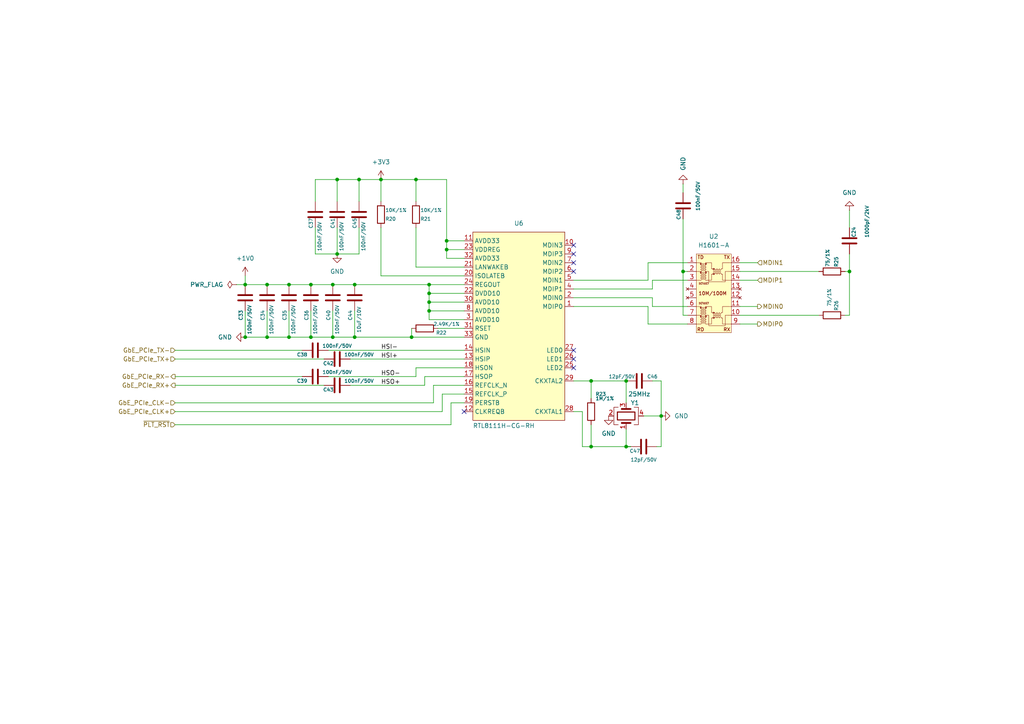
<source format=kicad_sch>
(kicad_sch (version 20250114) (generator "eeschema") (generator_version "9.0")
  (paper "A4")
  (lib_symbols
    (symbol "A_HDJ_Library:RTL8111H-CG-RH"
      (property "Reference" "U7" (at 0 -57.15 0))
      (symbol "RTL8111H-CG-RH_1_0"
        (rectangle (start 0 0) (end 26.67 -54.61) (fill (type background)))
        (pin passive line (at -2.54 -2.54 0) (length 2.54) (name "AVDD33") (number "11"))
        (pin passive line (at -2.54 -5.08 0) (length 2.54) (name "VDDREG") (number "23"))
        (pin passive line (at -2.54 -7.62 0) (length 2.54) (name "AVDD33") (number "32"))
        (pin passive line (at -2.54 -10.16 0) (length 2.54) (name "LANWAKEB") (number "21"))
        (pin passive line (at -2.54 -12.7 0) (length 2.54) (name "ISOLATEB") (number "20"))
        (pin passive line (at -2.54 -15.24 0) (length 2.54) (name "REGOUT") (number "24"))
        (pin passive line (at -2.54 -17.78 0) (length 2.54) (name "DVDD10") (number "22"))
        (pin passive line (at -2.54 -20.32 0) (length 2.54) (name "AVDD10") (number "30"))
        (pin passive line (at -2.54 -22.86 0) (length 2.54) (name "AVDD10") (number "8"))
        (pin passive line (at -2.54 -25.4 0) (length 2.54) (name "AVDD10") (number "3"))
        (pin passive line (at -2.54 -27.94 0) (length 2.54) (name "RSET") (number "31"))
        (pin passive line (at -2.54 -30.48 0) (length 2.54) (name "GND") (number "33"))
        (pin passive line (at -2.54 -34.29 0) (length 2.54) (name "HSIN") (number "14"))
        (pin passive line (at -2.54 -36.83 0) (length 2.54) (name "HSIP") (number "13"))
        (pin passive line (at -2.54 -39.37 0) (length 2.54) (name "HSON") (number "18"))
        (pin passive line (at -2.54 -41.91 0) (length 2.54) (name "HSOP") (number "17"))
        (pin passive line (at -2.54 -44.45 0) (length 2.54) (name "REFCLK_N") (number "16"))
        (pin passive line (at -2.54 -46.99 0) (length 2.54) (name "REFCLK_P") (number "15"))
        (pin passive line (at -2.54 -49.53 0) (length 2.54) (name "PERSTB") (number "19"))
        (pin passive line (at -2.54 -52.07 0) (length 2.54) (name "CLKREQB") (number "12"))
        (pin passive line (at 29.21 -3.81 180) (length 2.54) (name "MDIN3") (number "10"))
        (pin passive line (at 29.21 -6.35 180) (length 2.54) (name "MDIP3") (number "9"))
        (pin passive line (at 29.21 -8.89 180) (length 2.54) (name "MDIN2") (number "7"))
        (pin passive line (at 29.21 -11.43 180) (length 2.54) (name "MDIP2") (number "6"))
        (pin passive line (at 29.21 -13.97 180) (length 2.54) (name "MDIN1") (number "5"))
        (pin passive line (at 29.21 -16.51 180) (length 2.54) (name "MDIP1") (number "4"))
        (pin passive line (at 29.21 -19.05 180) (length 2.54) (name "MDIN0") (number "2"))
        (pin passive line (at 29.21 -21.59 180) (length 2.54) (name "MDIP0") (number "1"))
        (pin passive line (at 29.21 -34.29 180) (length 2.54) (name "LED0") (number "27"))
        (pin passive line (at 29.21 -36.83 180) (length 2.54) (name "LED1") (number "26"))
        (pin passive line (at 29.21 -39.37 180) (length 2.54) (name "LED2") (number "25"))
        (pin passive line (at 29.21 -43.18 180) (length 2.54) (name "CKXTAL2") (number "29"))
        (pin passive line (at 29.21 -52.07 180) (length 2.54) (name "CKXTAL1") (number "28"))
      )
    )
    (symbol "Device:C" (pin_numbers (hide yes)) (pin_names (offset 0.254))
      (property "Reference" "C" (at 0.635 2.54 0))
      (property "Value" "C" (at 0.635 -2.54 0))
      (symbol "C_0_1"
        (polyline (pts (xy -2.032 0.762) (xy 2.032 0.762)) (stroke (width 0.508)))
        (polyline (pts (xy -2.032 -0.762) (xy 2.032 -0.762)) (stroke (width 0.508)))
      )
      (symbol "C_1_1"
        (pin passive line (at 0 3.81 270) (length 2.794) (name "~") (number "1"))
        (pin passive line (at 0 -3.81 90) (length 2.794) (name "~") (number "2"))
      )
    )
    (symbol "Device:Crystal_GND24" (pin_names (offset 1.016) (hide yes))
      (property "Reference" "Y" (at 3.175 5.08 0))
      (property "Value" "Crystal_GND24" (at 3.175 3.175 0))
      (symbol "Crystal_GND24_0_1"
        (polyline (pts (xy -2.54 2.286) (xy -2.54 3.556) (xy 2.54 3.556) (xy 2.54 2.286)))
        (polyline (pts (xy -2.54 0) (xy -2.032 0)))
        (polyline (pts (xy -2.54 -2.286) (xy -2.54 -3.556) (xy 2.54 -3.556) (xy 2.54 -2.286)))
        (polyline (pts (xy -2.032 -1.27) (xy -2.032 1.27)) (stroke (width 0.508)))
        (rectangle (start -1.143 2.54) (end 1.143 -2.54) (stroke (width 0.3048)))
        (polyline (pts (xy 0 3.556) (xy 0 3.81)))
        (polyline (pts (xy 0 -3.81) (xy 0 -3.556)))
        (polyline (pts (xy 2.032 0) (xy 2.54 0)))
        (polyline (pts (xy 2.032 -1.27) (xy 2.032 1.27)) (stroke (width 0.508)))
      )
      (symbol "Crystal_GND24_1_1"
        (pin passive line (at -3.81 0 0) (length 1.27) (name "1") (number "1"))
        (pin passive line (at 0 5.08 270) (length 1.27) (name "2") (number "2"))
        (pin passive line (at 0 -5.08 90) (length 1.27) (name "4") (number "4"))
        (pin passive line (at 3.81 0 180) (length 1.27) (name "3") (number "3"))
      )
    )
    (symbol "Device:R" (pin_numbers (hide yes)) (pin_names (offset 0))
      (property "Reference" "R" (at 2.032 0 90))
      (property "Value" "R" (at 0 0 90))
      (symbol "R_0_1"
        (rectangle (start -1.016 -2.54) (end 1.016 2.54) (stroke (width 0.254)))
      )
      (symbol "R_1_1"
        (pin passive line (at 0 3.81 270) (length 1.27) (name "~") (number "1"))
        (pin passive line (at 0 -3.81 90) (length 1.27) (name "~") (number "2"))
      )
    )
    (symbol "IC_Net:H1601-A"
      (property "Reference" "U" (at 0.6352 2.8584 0))
      (property "Value" "H1601-A" (at 4.4464 0.9528 0))
      (symbol "H1601-A_1_1"
        (rectangle (start 0 0) (end 10.16 -22.86) (stroke (width 0.1)) (fill (type background)))
        (polyline (pts (xy 0 -2.5408) (xy 1.2704 -2.5408)) (stroke (width 0.1)))
        (polyline (pts (xy 0 -15.2448) (xy 1.2704 -15.2448)) (stroke (width 0.1)))
        (arc (start 1.5884 -3.4938) (mid 1.4941 -3.7162) (end 1.2708 -3.8114) (stroke (width 0.1)))
        (arc (start 1.2708 -2.541) (mid 1.4944 -2.6349) (end 1.5884 -2.8586) (stroke (width 0.1)))
        (arc (start 1.5884 -15.5626) (mid 1.4946 -15.7865) (end 1.2708 -15.8802) (stroke (width 0.1)))
        (arc (start 1.5884 -16.833) (mid 1.4948 -17.0569) (end 1.2708 -17.1506) (stroke (width 0.1)))
        (arc (start 1.2708 -16.5154) (mid 1.4949 -16.6089) (end 1.5884 -16.833) (stroke (width 0.1)))
        (arc (start 1.2708 -3.8114) (mid 1.4949 -3.9049) (end 1.5884 -4.129) (stroke (width 0.1)))
        (arc (start 1.2708 -15.245) (mid 1.4951 -15.3385) (end 1.5884 -15.5626) (stroke (width 0.1)))
        (polyline (pts (xy 1.2704 -5.0816) (xy 0 -5.0816)) (stroke (width 0.1)))
        (polyline (pts (xy 1.2704 -7.6224) (xy 0 -7.6224)) (stroke (width 0.1)))
        (polyline (pts (xy 1.2704 -17.7856) (xy 0 -17.7856)) (stroke (width 0.1)))
        (polyline (pts (xy 1.2704 -20.3264) (xy 0 -20.3264)) (stroke (width 0.1)))
        (circle (center 1.2706 -2.8584) (radius 0.0001) (stroke (width 0.2)))
        (circle (center 1.2706 -15.5624) (radius 0.0001) (stroke (width 0.2)))
        (arc (start 1.5884 -4.7642) (mid 1.4954 -4.9889) (end 1.2708 -5.0818) (stroke (width 0.1)))
        (arc (start 1.2743 -5.0747) (mid 1.4977 -5.1687) (end 1.5919 -5.3923) (stroke (width 0.1)))
        (arc (start 1.5919 -6.6627) (mid 1.4984 -6.8866) (end 1.2743 -6.9803) (stroke (width 0.1)))
        (arc (start 1.2743 -6.3451) (mid 1.4982 -6.4388) (end 1.5919 -6.6627) (stroke (width 0.1)))
        (arc (start 1.5884 -16.1978) (mid 1.4957 -16.4227) (end 1.2708 -16.5154) (stroke (width 0.1)))
        (arc (start 1.2743 -17.7787) (mid 1.4983 -17.8724) (end 1.5919 -18.0963) (stroke (width 0.1)))
        (arc (start 1.2743 -19.0491) (mid 1.4982 -19.1428) (end 1.5919 -19.3667) (stroke (width 0.1)))
        (arc (start 1.5884 -4.129) (mid 1.4958 -4.3545) (end 1.2708 -4.4466) (stroke (width 0.1)))
        (arc (start 1.5919 -6.0275) (mid 1.4984 -6.2516) (end 1.2743 -6.3451) (stroke (width 0.1)))
        (arc (start 1.5919 -18.7315) (mid 1.4984 -18.9556) (end 1.2743 -19.0491) (stroke (width 0.1)))
        (arc (start 1.5919 -20.0019) (mid 1.4986 -20.226) (end 1.2743 -20.3195) (stroke (width 0.1)))
        (arc (start 1.5884 -2.8586) (mid 1.4959 -3.0844) (end 1.2708 -3.1762) (stroke (width 0.1)))
        (arc (start 1.5919 -5.3923) (mid 1.4988 -5.6168) (end 1.2743 -5.7099) (stroke (width 0.1)))
        (arc (start 1.5884 -17.4682) (mid 1.4961 -17.6942) (end 1.2708 -17.7858) (stroke (width 0.1)))
        (arc (start 1.5919 -18.0963) (mid 1.4988 -18.3208) (end 1.2743 -18.4139) (stroke (width 0.1)))
        (arc (start 1.5919 -19.3667) (mid 1.4987 -19.5913) (end 1.2743 -19.6843) (stroke (width 0.1)))
        (circle (center 1.2741 -5.3921) (radius 0.0001) (stroke (width 0.2)))
        (circle (center 1.2741 -18.0961) (radius 0.0001) (stroke (width 0.2)))
        (arc (start 1.5919 -7.2979) (mid 1.4989 -7.5226) (end 1.2743 -7.6155) (stroke (width 0.1)))
        (arc (start 1.2708 -15.8802) (mid 1.4967 -15.9717) (end 1.5884 -16.1978) (stroke (width 0.1)))
        (arc (start 1.2708 -3.1762) (mid 1.4974 -3.2673) (end 1.5884 -3.4938) (stroke (width 0.1)))
        (arc (start 1.2708 -4.4466) (mid 1.4972 -4.5378) (end 1.5884 -4.7642) (stroke (width 0.1)))
        (arc (start 1.2708 -17.1506) (mid 1.4972 -17.2418) (end 1.5884 -17.4682) (stroke (width 0.1)))
        (arc (start 1.2743 -5.7099) (mid 1.5007 -5.8012) (end 1.5919 -6.0275) (stroke (width 0.1)))
        (arc (start 1.2743 -6.9803) (mid 1.5005 -7.0716) (end 1.5919 -7.2979) (stroke (width 0.1)))
        (arc (start 1.2743 -18.4139) (mid 1.5007 -18.5052) (end 1.5919 -18.7315) (stroke (width 0.1)))
        (arc (start 1.2743 -19.6843) (mid 1.5005 -19.7756) (end 1.5919 -20.0019) (stroke (width 0.1)))
        (polyline (pts (xy 1.9088 -2.7033) (xy 1.9088 -4.9265)) (stroke (width 0.1)))
        (polyline (pts (xy 1.9088 -15.4073) (xy 1.9088 -17.6305)) (stroke (width 0.1)))
        (polyline (pts (xy 1.9123 -5.237) (xy 1.9123 -7.4602)) (stroke (width 0.1)))
        (polyline (pts (xy 1.9123 -17.941) (xy 1.9123 -20.1642)) (stroke (width 0.1)))
        (polyline (pts (xy 2.2264 -2.7033) (xy 2.2264 -4.9265)) (stroke (width 0.1)))
        (polyline (pts (xy 2.2264 -15.4073) (xy 2.2264 -17.6305)) (stroke (width 0.1)))
        (polyline (pts (xy 2.2299 -5.237) (xy 2.2299 -7.4602)) (stroke (width 0.1)))
        (polyline (pts (xy 2.2299 -17.941) (xy 2.2299 -20.1642)) (stroke (width 0.1)))
        (arc (start 2.5416 -15.5586) (mid 2.6338 -15.3331) (end 2.8592 -15.241) (stroke (width 0.1)))
        (arc (start 2.5416 -16.829) (mid 2.634 -16.6039) (end 2.8592 -16.5114) (stroke (width 0.1)))
        (arc (start 2.5451 -18.0923) (mid 2.6366 -17.8663) (end 2.8627 -17.7747) (stroke (width 0.1)))
        (polyline (pts (xy 2.8594 -2.5368) (xy 4.4474 -2.5368) (xy 4.4474 -4.2836)) (stroke (width 0.1)))
        (circle (center 2.8594 -2.8544) (radius 0.0001) (stroke (width 0.2)))
        (polyline (pts (xy 2.8594 -5.0776) (xy 3.6534 -5.0776) (xy 3.6534 -8.0948) (xy 7.4646 -8.0948)) (stroke (width 0.1)))
        (polyline (pts (xy 2.8594 -7.6184) (xy 4.4474 -7.6184) (xy 4.4474 -5.8716)) (stroke (width 0.1)))
        (polyline (pts (xy 2.8594 -15.2408) (xy 4.4474 -15.2408) (xy 4.4474 -16.9876)) (stroke (width 0.1)))
        (circle (center 2.8594 -15.5584) (radius 0.0001) (stroke (width 0.2)))
        (polyline (pts (xy 2.8594 -17.7816) (xy 3.6534 -17.7816) (xy 3.6534 -20.7988) (xy 7.4646 -20.7988)) (stroke (width 0.1)))
        (polyline (pts (xy 2.8594 -20.3224) (xy 4.4474 -20.3224) (xy 4.4474 -18.5756)) (stroke (width 0.1)))
        (arc (start 2.8592 -3.1722) (mid 2.6343 -3.0793) (end 2.5416 -2.8546) (stroke (width 0.1)))
        (arc (start 2.5416 -3.4898) (mid 2.6346 -3.2651) (end 2.8592 -3.1722) (stroke (width 0.1)))
        (arc (start 2.8592 -3.8074) (mid 2.6352 -3.7141) (end 2.5416 -3.4898) (stroke (width 0.1)))
        (arc (start 2.8592 -4.4426) (mid 2.6345 -4.3496) (end 2.5416 -4.125) (stroke (width 0.1)))
        (arc (start 2.5416 -4.7602) (mid 2.6345 -4.5352) (end 2.8592 -4.4426) (stroke (width 0.1)))
        (arc (start 2.8592 -5.0778) (mid 2.6351 -4.9845) (end 2.5416 -4.7602) (stroke (width 0.1)))
        (arc (start 2.8627 -6.3411) (mid 2.6378 -6.2483) (end 2.5451 -6.0235) (stroke (width 0.1)))
        (arc (start 2.8627 -6.9763) (mid 2.6368 -6.8842) (end 2.5451 -6.6587) (stroke (width 0.1)))
        (arc (start 2.8592 -15.8762) (mid 2.6346 -15.783) (end 2.5416 -15.5586) (stroke (width 0.1)))
        (arc (start 2.8592 -16.5114) (mid 2.6343 -16.4187) (end 2.5416 -16.1938) (stroke (width 0.1)))
        (arc (start 2.8592 -17.1466) (mid 2.6355 -17.0532) (end 2.5416 -16.829) (stroke (width 0.1)))
        (arc (start 2.8592 -17.7818) (mid 2.6344 -17.6889) (end 2.5416 -17.4642) (stroke (width 0.1)))
        (arc (start 2.8627 -19.0451) (mid 2.6378 -18.9523) (end 2.5451 -18.7275) (stroke (width 0.1)))
        (arc (start 2.5451 -19.3627) (mid 2.6373 -19.1373) (end 2.8627 -19.0451) (stroke (width 0.1)))
        (arc (start 2.8627 -19.6803) (mid 2.6378 -19.5875) (end 2.5451 -19.3627) (stroke (width 0.1)))
        (arc (start 2.8627 -20.3155) (mid 2.6377 -20.2227) (end 2.5451 -19.9979) (stroke (width 0.1)))
        (circle (center 2.8629 -5.3881) (radius 0.0001) (stroke (width 0.2)))
        (circle (center 2.8629 -18.0921) (radius 0.0001) (stroke (width 0.2)))
        (arc (start 2.8627 -5.7059) (mid 2.6382 -5.6128) (end 2.5451 -5.3883) (stroke (width 0.1)))
        (arc (start 2.8627 -7.6115) (mid 2.6384 -7.5184) (end 2.5451 -7.2939) (stroke (width 0.1)))
        (arc (start 2.8627 -18.4099) (mid 2.6382 -18.3168) (end 2.5451 -18.0923) (stroke (width 0.1)))
        (arc (start 2.5451 -6.0235) (mid 2.6386 -5.7994) (end 2.8627 -5.7059) (stroke (width 0.1)))
        (arc (start 2.5451 -18.7275) (mid 2.6386 -18.5034) (end 2.8627 -18.4099) (stroke (width 0.1)))
        (arc (start 2.5451 -7.2939) (mid 2.6387 -7.0699) (end 2.8627 -6.9763) (stroke (width 0.1)))
        (arc (start 2.5451 -19.9979) (mid 2.6387 -19.7739) (end 2.8627 -19.6803) (stroke (width 0.1)))
        (arc (start 2.5416 -4.125) (mid 2.6363 -3.9033) (end 2.8592 -3.8074) (stroke (width 0.1)))
        (arc (start 2.5451 -6.6587) (mid 2.6387 -6.4359) (end 2.8627 -6.3411) (stroke (width 0.1)))
        (arc (start 2.5416 -2.8546) (mid 2.6365 -2.6332) (end 2.8592 -2.537) (stroke (width 0.1)))
        (arc (start 2.5451 -5.3883) (mid 2.6389 -5.1658) (end 2.8627 -5.0707) (stroke (width 0.1)))
        (arc (start 2.5416 -16.1938) (mid 2.6367 -15.9729) (end 2.8592 -15.8762) (stroke (width 0.1)))
        (arc (start 2.5416 -17.4642) (mid 2.6366 -17.2431) (end 2.8592 -17.1466) (stroke (width 0.1)))
        (polyline (pts (xy 4.765 -4.2836) (xy 4.4474 -4.2836)) (stroke (width 0.1)))
        (polyline (pts (xy 4.765 -5.8716) (xy 4.4474 -5.8716)) (stroke (width 0.1)))
        (polyline (pts (xy 4.765 -16.9876) (xy 4.4474 -16.9876)) (stroke (width 0.1)))
        (polyline (pts (xy 4.765 -18.5756) (xy 4.4474 -18.5756)) (stroke (width 0.1)))
        (polyline (pts (xy 4.9238 -4.9188) (xy 7.147 -4.9188)) (stroke (width 0.1)))
        (polyline (pts (xy 4.9238 -5.2364) (xy 7.147 -5.2364)) (stroke (width 0.1)))
        (polyline (pts (xy 4.9238 -17.6228) (xy 7.147 -17.6228)) (stroke (width 0.1)))
        (polyline (pts (xy 4.9238 -17.9404) (xy 7.147 -17.9404)) (stroke (width 0.1)))
        (arc (start 5.3927 -16.99) (mid 5.2972 -17.2135) (end 5.0751 -17.3076) (stroke (width 0.1)))
        (arc (start 5.0751 -4.6036) (mid 4.8486 -4.5122) (end 4.7575 -4.286) (stroke (width 0.1)))
        (arc (start 5.0751 -17.3076) (mid 4.8496 -17.2155) (end 4.7575 -16.99) (stroke (width 0.1)))
        (circle (center 5.0749 -4.2858) (radius 0.0001) (stroke (width 0.2)))
        (circle (center 5.0749 -16.9898) (radius 0.0001) (stroke (width 0.2)))
        (circle (center 5.0789 -5.8746) (radius 0.0001) (stroke (width 0.2)))
        (circle (center 5.0789 -18.5786) (radius 0.0001) (stroke (width 0.2)))
        (arc (start 5.0791 -5.5568) (mid 5.3035 -5.6499) (end 5.3967 -5.8744) (stroke (width 0.1)))
        (arc (start 4.7615 -18.5784) (mid 4.855 -18.3545) (end 5.0791 -18.2608) (stroke (width 0.1)))
        (arc (start 5.0791 -18.2608) (mid 5.3041 -18.3535) (end 5.3967 -18.5784) (stroke (width 0.1)))
        (arc (start 5.3927 -4.286) (mid 5.3014 -4.5149) (end 5.0751 -4.6036) (stroke (width 0.1)))
        (arc (start 4.7615 -5.8744) (mid 4.8564 -5.6531) (end 5.0791 -5.5568) (stroke (width 0.1)))
        (arc (start 5.3967 -18.5784) (mid 5.487 -18.3498) (end 5.7143 -18.2608) (stroke (width 0.1)))
        (arc (start 5.7103 -4.6036) (mid 5.4861 -4.5101) (end 5.3927 -4.286) (stroke (width 0.1)))
        (arc (start 5.3967 -5.8744) (mid 5.4884 -5.6485) (end 5.7143 -5.5568) (stroke (width 0.1)))
        (arc (start 5.7143 -5.5568) (mid 5.9386 -5.6502) (end 6.0319 -5.8744) (stroke (width 0.1)))
        (arc (start 5.7103 -17.3076) (mid 5.4855 -17.2147) (end 5.3927 -16.99) (stroke (width 0.1)))
        (arc (start 6.0279 -16.99) (mid 5.9349 -17.2147) (end 5.7103 -17.3076) (stroke (width 0.1)))
        (arc (start 5.7143 -18.2608) (mid 5.9367 -18.3552) (end 6.0319 -18.5784) (stroke (width 0.1)))
        (arc (start 6.0279 -4.286) (mid 5.9363 -4.5133) (end 5.7103 -4.6036) (stroke (width 0.1)))
        (arc (start 6.3455 -4.6036) (mid 6.1187 -4.5123) (end 6.0279 -4.286) (stroke (width 0.1)))
        (arc (start 6.3455 -17.3076) (mid 6.1204 -17.2153) (end 6.0279 -16.99) (stroke (width 0.1)))
        (arc (start 6.6631 -16.99) (mid 6.5698 -17.213) (end 6.3455 -17.3076) (stroke (width 0.1)))
        (arc (start 6.6631 -4.286) (mid 6.5712 -4.5116) (end 6.3455 -4.6036) (stroke (width 0.1)))
        (arc (start 6.3495 -5.5568) (mid 6.5737 -5.6503) (end 6.6671 -5.8744) (stroke (width 0.1)))
        (arc (start 6.0319 -18.5784) (mid 6.1255 -18.3547) (end 6.3495 -18.2608) (stroke (width 0.1)))
        (arc (start 6.3495 -18.2608) (mid 6.575 -18.3535) (end 6.6671 -18.5784) (stroke (width 0.1)))
        (arc (start 6.0319 -5.8744) (mid 6.1268 -5.6532) (end 6.3495 -5.5568) (stroke (width 0.1)))
        (arc (start 6.6671 -18.5784) (mid 6.7574 -18.35) (end 6.9847 -18.2608) (stroke (width 0.1)))
        (arc (start 6.9807 -4.6036) (mid 6.7569 -4.5099) (end 6.6631 -4.286) (stroke (width 0.1)))
        (arc (start 6.6671 -5.8744) (mid 6.7588 -5.6486) (end 6.9847 -5.5568) (stroke (width 0.1)))
        (arc (start 6.9847 -5.5568) (mid 7.209 -5.65) (end 7.3023 -5.8744) (stroke (width 0.1)))
        (arc (start 6.9807 -17.3076) (mid 6.7557 -17.2148) (end 6.6631 -16.99) (stroke (width 0.1)))
        (arc (start 7.2983 -16.99) (mid 7.2053 -17.2148) (end 6.9807 -17.3076) (stroke (width 0.1)))
        (arc (start 6.9847 -18.2608) (mid 7.2068 -18.3554) (end 7.3023 -18.5784) (stroke (width 0.1)))
        (arc (start 7.2983 -4.286) (mid 7.2067 -4.5134) (end 6.9807 -4.6036) (stroke (width 0.1)))
        (polyline (pts (xy 7.3058 -4.2836) (xy 7.6234 -4.2836)) (stroke (width 0.1)))
        (polyline (pts (xy 7.3058 -5.8716) (xy 7.6234 -5.8716)) (stroke (width 0.1)))
        (polyline (pts (xy 7.3058 -16.9876) (xy 7.6234 -16.9876)) (stroke (width 0.1)))
        (polyline (pts (xy 7.3058 -18.5756) (xy 7.6234 -18.5756)) (stroke (width 0.1)))
        (polyline (pts (xy 7.4646 -8.0948) (xy 8.4174 -8.0948) (xy 8.4174 -5.0776) (xy 10.1632 -5.0816)) (stroke (width 0.1)))
        (polyline (pts (xy 7.4646 -20.7988) (xy 8.4174 -20.7988) (xy 8.4174 -17.7816) (xy 10.1632 -17.7856)) (stroke (width 0.1)))
        (polyline (pts (xy 7.6234 -4.2836) (xy 7.6234 -2.5368) (xy 10.1632 -2.5408)) (stroke (width 0.1)))
        (polyline (pts (xy 7.6234 -5.8716) (xy 7.6234 -7.6184) (xy 10.1632 -7.6224)) (stroke (width 0.1)))
        (polyline (pts (xy 7.6234 -16.9876) (xy 7.6234 -15.2408) (xy 10.1632 -15.2448)) (stroke (width 0.1)))
        (polyline (pts (xy 7.6234 -18.5756) (xy 7.6234 -20.3224) (xy 10.1632 -20.3264)) (stroke (width 0.1)))
        (text "TD" (at 1.2704 -0.9528 0) (effects (font (size 1 1))))
        (text "RD" (at 1.2704 -21.9144 0) (effects (font (size 1 1))))
        (text "1CT:1CT" (at 2.2232 -8.5752 0) (effects (font (size 0.5 0.5))))
        (text "1CT:1CT" (at 2.2232 -14.292 0) (effects (font (size 0.5 0.5))))
        (text "10M/100M" (at 4.764 -11.4336 0) (effects (font (size 1 1))))
        (text "TX" (at 8.8928 -0.9528 0) (effects (font (size 1 1))))
        (text "RX" (at 8.8928 -21.9144 0) (effects (font (size 1 1))))
        (pin passive line (at -2.54 -2.54 0) (length 2.54) (name "1") (number "1"))
        (pin passive line (at -2.54 -5.08 0) (length 2.54) (name "2") (number "2"))
        (pin passive line (at -2.54 -7.62 0) (length 2.54) (name "3") (number "3"))
        (pin no_connect line (at -2.54 -10.16 0) (length 2.54) (name "4") (number "4"))
        (pin no_connect line (at -2.54 -12.7 0) (length 2.54) (name "5") (number "5"))
        (pin passive line (at -2.54 -15.24 0) (length 2.54) (name "6") (number "6"))
        (pin passive line (at -2.54 -17.78 0) (length 2.54) (name "7") (number "7"))
        (pin passive line (at -2.54 -20.32 0) (length 2.54) (name "8") (number "8"))
        (pin passive line (at 12.7 -2.54 180) (length 2.54) (name "16") (number "16"))
        (pin passive line (at 12.7 -5.08 180) (length 2.54) (name "15") (number "15"))
        (pin passive line (at 12.7 -7.62 180) (length 2.54) (name "14") (number "14"))
        (pin no_connect line (at 12.7 -10.16 180) (length 2.54) (name "13") (number "13"))
        (pin no_connect line (at 12.7 -12.7 180) (length 2.54) (name "12") (number "12"))
        (pin passive line (at 12.7 -15.24 180) (length 2.54) (name "11") (number "11"))
        (pin passive line (at 12.7 -17.78 180) (length 2.54) (name "10") (number "10"))
        (pin passive line (at 12.7 -20.32 180) (length 2.54) (name "9") (number "9"))
      )
    )
    (symbol "power:+1V0" (power) (pin_numbers (hide yes)) (pin_names (offset 0) (hide yes))
      (property "Value" "+1V0" (at 0 3.556 0))
      (symbol "+1V0_0_1"
        (polyline (pts (xy -0.762 1.27) (xy 0 2.54)))
        (polyline (pts (xy 0 2.54) (xy 0.762 1.27)))
        (polyline (pts (xy 0 0) (xy 0 2.54)))
      )
      (symbol "+1V0_1_1"
        (pin power_in line (at 0 0 90) (length 0) (name "~") (number "1"))
      )
    )
    (symbol "power:+3V3" (power) (pin_numbers (hide yes)) (pin_names (offset 0) (hide yes))
      (property "Value" "+3V3" (at 0 3.556 0))
      (symbol "+3V3_0_1"
        (polyline (pts (xy -0.762 1.27) (xy 0 2.54)))
        (polyline (pts (xy 0 2.54) (xy 0.762 1.27)))
        (polyline (pts (xy 0 0) (xy 0 2.54)))
      )
      (symbol "+3V3_1_1"
        (pin power_in line (at 0 0 90) (length 0) (name "~") (number "1"))
      )
    )
    (symbol "power:GND" (power) (pin_numbers (hide yes)) (pin_names (offset 0) (hide yes))
      (property "Value" "GND" (at 0 -3.81 0))
      (symbol "GND_0_1"
        (polyline (pts (xy 0 0) (xy 0 -1.27) (xy 1.27 -1.27) (xy 0 -2.54) (xy -1.27 -1.27) (xy 0 -1.27)))
      )
      (symbol "GND_1_1"
        (pin power_in line (at 0 0 270) (length 0) (name "~") (number "1"))
      )
    )
    (symbol "power:PWR_FLAG" (power) (pin_numbers (hide yes)) (pin_names (offset 0) (hide yes))
      (property "Value" "PWR_FLAG" (at 0 3.81 0))
      (symbol "PWR_FLAG_0_0"
        (pin power_out line (at 0 0 90) (length 0) (name "~") (number "1"))
      )
      (symbol "PWR_FLAG_0_1"
        (polyline (pts (xy 0 0) (xy 0 1.27) (xy -1.016 1.905) (xy 0 2.54) (xy 1.016 1.905) (xy 0 1.27)))
      )
    )
  )
  (junction (at 120.65 52.07))
  (junction (at 102.87 97.79))
  (junction (at 97.79 52.07))
  (junction (at 96.52 97.79))
  (junction (at 198.12 78.74))
  (junction (at 77.47 97.79))
  (junction (at 77.47 82.55))
  (junction (at 83.82 97.79))
  (junction (at 124.46 85.09))
  (junction (at 90.17 82.55))
  (junction (at 83.82 82.55))
  (junction (at 191.77 120.65))
  (junction (at 71.12 97.79))
  (junction (at 129.54 69.85))
  (junction (at 124.46 87.63))
  (junction (at 110.49 52.07))
  (junction (at 171.45 110.49))
  (junction (at 104.14 52.07))
  (junction (at 181.61 129.54))
  (junction (at 97.79 73.66))
  (junction (at 71.12 82.55))
  (junction (at 246.38 78.74))
  (junction (at 171.45 129.54))
  (junction (at 124.46 82.55))
  (junction (at 119.38 97.79))
  (junction (at 129.54 72.39))
  (junction (at 90.17 97.79))
  (junction (at 96.52 82.55))
  (junction (at 124.46 90.17))
  (junction (at 102.87 82.55))
  (junction (at 181.61 110.49))
  (no_connect (at 134.62 119.38))
  (no_connect (at 166.37 76.2))
  (no_connect (at 166.37 106.68))
  (no_connect (at 166.37 101.6))
  (no_connect (at 166.37 73.66))
  (no_connect (at 166.37 104.14))
  (no_connect (at 166.37 71.12))
  (no_connect (at 166.37 78.74))
  (wire (pts (xy 166.37 81.28) (xy 187.96 81.28)))
  (wire (pts (xy 77.47 90.17) (xy 77.47 97.79)))
  (wire (pts (xy 181.61 124.46) (xy 181.61 129.54)))
  (wire (pts (xy 124.46 90.17) (xy 124.46 92.71)))
  (wire (pts (xy 77.47 97.79) (xy 83.82 97.79)))
  (wire (pts (xy 130.81 116.84) (xy 134.62 116.84)))
  (wire (pts (xy 166.37 83.82) (xy 189.23 83.82)))
  (wire (pts (xy 134.62 87.63) (xy 124.46 87.63)))
  (wire (pts (xy 168.91 119.38) (xy 166.37 119.38)))
  (wire (pts (xy 124.46 87.63) (xy 124.46 90.17)))
  (wire (pts (xy 50.8 111.76) (xy 93.98 111.76)))
  (wire (pts (xy 134.62 85.09) (xy 124.46 85.09)))
  (wire (pts (xy 97.79 52.07) (xy 104.14 52.07)))
  (wire (pts (xy 125.73 116.84) (xy 125.73 111.76)))
  (wire (pts (xy 134.62 82.55) (xy 124.46 82.55)))
  (wire (pts (xy 199.39 91.44) (xy 198.12 91.44)))
  (wire (pts (xy 50.8 109.22) (xy 87.63 109.22)))
  (wire (pts (xy 127 95.25) (xy 134.62 95.25)))
  (wire (pts (xy 129.54 52.07) (xy 129.54 69.85)))
  (wire (pts (xy 199.39 81.28) (xy 189.23 81.28)))
  (wire (pts (xy 189.23 81.28) (xy 189.23 83.82)))
  (wire (pts (xy 214.63 81.28) (xy 219.71 81.28)))
  (wire (pts (xy 171.45 110.49) (xy 171.45 115.57)))
  (wire (pts (xy 186.69 120.65) (xy 191.77 120.65)))
  (wire (pts (xy 134.62 69.85) (xy 129.54 69.85)))
  (wire (pts (xy 91.44 58.42) (xy 91.44 52.07)))
  (wire (pts (xy 120.65 109.22) (xy 120.65 106.68)))
  (wire (pts (xy 191.77 129.54) (xy 191.77 120.65)))
  (wire (pts (xy 246.38 91.44) (xy 245.11 91.44)))
  (wire (pts (xy 237.49 91.44) (xy 214.63 91.44)))
  (wire (pts (xy 97.79 52.07) (xy 91.44 52.07)))
  (wire (pts (xy 77.47 82.55) (xy 83.82 82.55)))
  (wire (pts (xy 124.46 92.71) (xy 134.62 92.71)))
  (wire (pts (xy 134.62 77.47) (xy 120.65 77.47)))
  (wire (pts (xy 191.77 110.49) (xy 191.77 120.65)))
  (wire (pts (xy 198.12 53.34) (xy 198.12 55.88)))
  (wire (pts (xy 134.62 97.79) (xy 119.38 97.79)))
  (wire (pts (xy 124.46 82.55) (xy 124.46 85.09)))
  (wire (pts (xy 189.23 88.9) (xy 189.23 86.36)))
  (wire (pts (xy 50.8 116.84) (xy 125.73 116.84)))
  (wire (pts (xy 129.54 69.85) (xy 129.54 72.39)))
  (wire (pts (xy 120.65 52.07) (xy 120.65 58.42)))
  (wire (pts (xy 71.12 80.01) (xy 71.12 82.55)))
  (wire (pts (xy 83.82 90.17) (xy 83.82 97.79)))
  (wire (pts (xy 246.38 73.66) (xy 246.38 78.74)))
  (wire (pts (xy 181.61 110.49) (xy 181.61 116.84)))
  (wire (pts (xy 110.49 80.01) (xy 134.62 80.01)))
  (wire (pts (xy 171.45 129.54) (xy 168.91 129.54)))
  (wire (pts (xy 104.14 52.07) (xy 110.49 52.07)))
  (wire (pts (xy 189.23 110.49) (xy 191.77 110.49)))
  (wire (pts (xy 110.49 52.07) (xy 120.65 52.07)))
  (wire (pts (xy 71.12 82.55) (xy 77.47 82.55)))
  (wire (pts (xy 83.82 97.79) (xy 90.17 97.79)))
  (wire (pts (xy 198.12 78.74) (xy 198.12 91.44)))
  (wire (pts (xy 102.87 82.55) (xy 124.46 82.55)))
  (wire (pts (xy 119.38 97.79) (xy 119.38 95.25)))
  (wire (pts (xy 101.6 104.14) (xy 134.62 104.14)))
  (wire (pts (xy 50.8 123.19) (xy 130.81 123.19)))
  (wire (pts (xy 90.17 90.17) (xy 90.17 97.79)))
  (wire (pts (xy 134.62 90.17) (xy 124.46 90.17)))
  (wire (pts (xy 91.44 73.66) (xy 97.79 73.66)))
  (wire (pts (xy 123.19 109.22) (xy 134.62 109.22)))
  (wire (pts (xy 198.12 78.74) (xy 199.39 78.74)))
  (wire (pts (xy 102.87 90.17) (xy 102.87 97.79)))
  (wire (pts (xy 124.46 85.09) (xy 124.46 87.63)))
  (wire (pts (xy 95.25 109.22) (xy 120.65 109.22)))
  (wire (pts (xy 104.14 66.04) (xy 104.14 73.66)))
  (wire (pts (xy 90.17 82.55) (xy 96.52 82.55)))
  (wire (pts (xy 189.23 86.36) (xy 166.37 86.36)))
  (wire (pts (xy 199.39 93.98) (xy 187.96 93.98)))
  (wire (pts (xy 198.12 63.5) (xy 198.12 78.74)))
  (wire (pts (xy 245.11 78.74) (xy 246.38 78.74)))
  (wire (pts (xy 128.27 114.3) (xy 134.62 114.3)))
  (wire (pts (xy 120.65 52.07) (xy 129.54 52.07)))
  (wire (pts (xy 181.61 129.54) (xy 171.45 129.54)))
  (wire (pts (xy 214.63 88.9) (xy 219.71 88.9)))
  (wire (pts (xy 214.63 93.98) (xy 219.71 93.98)))
  (wire (pts (xy 125.73 111.76) (xy 134.62 111.76)))
  (wire (pts (xy 120.65 106.68) (xy 134.62 106.68)))
  (wire (pts (xy 171.45 110.49) (xy 181.61 110.49)))
  (wire (pts (xy 187.96 81.28) (xy 187.96 76.2)))
  (wire (pts (xy 96.52 90.17) (xy 96.52 97.79)))
  (wire (pts (xy 168.91 129.54) (xy 168.91 119.38)))
  (wire (pts (xy 97.79 52.07) (xy 97.79 58.42)))
  (wire (pts (xy 91.44 66.04) (xy 91.44 73.66)))
  (wire (pts (xy 83.82 82.55) (xy 90.17 82.55)))
  (wire (pts (xy 50.8 104.14) (xy 93.98 104.14)))
  (wire (pts (xy 101.6 111.76) (xy 123.19 111.76)))
  (wire (pts (xy 187.96 93.98) (xy 187.96 88.9)))
  (wire (pts (xy 246.38 60.96) (xy 246.38 66.04)))
  (wire (pts (xy 129.54 74.93) (xy 134.62 74.93)))
  (wire (pts (xy 130.81 123.19) (xy 130.81 116.84)))
  (wire (pts (xy 71.12 97.79) (xy 77.47 97.79)))
  (wire (pts (xy 95.25 101.6) (xy 134.62 101.6)))
  (wire (pts (xy 96.52 82.55) (xy 102.87 82.55)))
  (wire (pts (xy 110.49 52.07) (xy 110.49 58.42)))
  (wire (pts (xy 71.12 90.17) (xy 71.12 97.79)))
  (wire (pts (xy 110.49 66.04) (xy 110.49 80.01)))
  (wire (pts (xy 90.17 97.79) (xy 96.52 97.79)))
  (wire (pts (xy 134.62 72.39) (xy 129.54 72.39)))
  (wire (pts (xy 68.58 82.55) (xy 71.12 82.55)))
  (wire (pts (xy 182.88 129.54) (xy 181.61 129.54)) (stroke (width 0.254)))
  (wire (pts (xy 50.8 119.38) (xy 128.27 119.38)))
  (wire (pts (xy 128.27 119.38) (xy 128.27 114.3)))
  (wire (pts (xy 102.87 97.79) (xy 119.38 97.79)))
  (wire (pts (xy 199.39 88.9) (xy 189.23 88.9)))
  (wire (pts (xy 246.38 78.74) (xy 246.38 91.44)))
  (wire (pts (xy 237.49 78.74) (xy 214.63 78.74)))
  (wire (pts (xy 120.65 66.04) (xy 120.65 77.47)))
  (wire (pts (xy 50.8 101.6) (xy 87.63 101.6)))
  (wire (pts (xy 171.45 123.19) (xy 171.45 129.54)))
  (wire (pts (xy 97.79 66.04) (xy 97.79 73.66)))
  (wire (pts (xy 96.52 97.79) (xy 102.87 97.79)))
  (wire (pts (xy 187.96 88.9) (xy 166.37 88.9)))
  (wire (pts (xy 166.37 110.49) (xy 171.45 110.49)))
  (wire (pts (xy 187.96 76.2) (xy 199.39 76.2)))
  (wire (pts (xy 214.63 76.2) (xy 219.71 76.2)))
  (wire (pts (xy 129.54 72.39) (xy 129.54 74.93)))
  (wire (pts (xy 123.19 111.76) (xy 123.19 109.22)))
  (wire (pts (xy 104.14 73.66) (xy 97.79 73.66)))
  (wire (pts (xy 190.5 129.54) (xy 191.77 129.54)))
  (wire (pts (xy 104.14 52.07) (xy 104.14 58.42)))
  (label "HSI+" (at 110.49 104.14 0))
  (label "HSO+" (at 110.49 111.76 0))
  (label "HSI-" (at 110.49 101.6 0))
  (label "HSO-" (at 110.49 109.22 0))
  (hierarchical_label "GbE_PCIe_CLK+" (shape input) (at 50.8 119.38 180))
  (hierarchical_label "GbE_PCIe_CLK-" (shape input) (at 50.8 116.84 180))
  (hierarchical_label "GbE_PCIe_TX+" (shape input) (at 50.8 104.14 180))
  (hierarchical_label "GbE_PCIe_RX-" (shape output) (at 50.8 109.22 180))
  (hierarchical_label "MDIN0" (shape output) (at 219.71 88.9 0))
  (hierarchical_label "~{PLT_RST}" (shape input) (at 50.8 123.19 180))
  (hierarchical_label "MDIP0" (shape output) (at 219.71 93.98 0))
  (hierarchical_label "MDIN1" (shape input) (at 219.71 76.2 0))
  (hierarchical_label "GbE_PCIe_TX-" (shape input) (at 50.8 101.6 180))
  (hierarchical_label "MDIP1" (shape input) (at 219.71 81.28 0))
  (hierarchical_label "GbE_PCIe_RX+" (shape output) (at 50.8 111.76 180))
  (symbol (lib_id "Device:Crystal_GND24") (at 181.61 120.65 90) (unit 1)
    (property "Reference" "Y1" (at 184.15 116.84 90))
    (property "Value" "25MHz" (at 185.42 114.3 90))
    (property "Footprint" "A_HDJ_Library:Crystal_SMD_3225-4Pin_3.2x2.5mm" (effects (hide yes)))
  )
  (symbol (lib_id "Device:R") (at 171.45 119.38 0) (unit 1)
    (property "Reference" "R23" (at 172.72 114.3 0) (effects (font (size 1 1)) (justify left)))
    (property "Value" "1M/1%" (at 172.72 115.57 0) (effects (font (size 1 1)) (justify left)))
    (property "Footprint" "A_HDJ_Library:R_0402_1005Metric" (effects (hide yes)))
  )
  (symbol (lib_id "Device:C") (at 83.82 86.36 180) (unit 1)
    (property "Reference" "C35" (at 82.55 91.44 90) (effects (font (size 1 1))))
    (property "Value" "100nF/50V" (at 85.09 92.71 90) (effects (font (size 1 1))))
    (property "Footprint" "A_HDJ_Library:C_0402_1005Metric" (effects (hide yes)))
    (property "SCH_Show_Footprint" "C0402" (effects (hide yes)))
  )
  (symbol (lib_id "Device:C") (at 97.79 111.76 270) (unit 1)
    (property "Reference" "C43" (at 95.25 113.03 90) (effects (font (size 1 1))))
    (property "Value" "100nF/50V" (at 104.14 110.49 90) (effects (font (size 1 1))))
    (property "Footprint" "A_HDJ_Library:C_0402_1005Metric" (effects (hide yes)))
    (property "SCH_Show_Footprint" "C0402" (effects (hide yes)))
  )
  (symbol (lib_id "power:GND") (at 176.53 120.65 0) (mirror y) (unit 1)
    (property "Reference" "#PWR051" (effects (hide yes)))
    (property "Value" "GND" (at 176.53 125.73 0))
  )
  (symbol (lib_id "Device:C") (at 97.79 62.23 180) (unit 1)
    (property "Reference" "C41" (at 96.52 64.77 90) (effects (font (size 1 1))))
    (property "Value" "100nF/50V" (at 99.06 68.58 90) (effects (font (size 1 1))))
    (property "Footprint" "A_HDJ_Library:C_0402_1005Metric" (effects (hide yes)))
    (property "SCH_Show_Footprint" "C0402" (effects (hide yes)))
  )
  (symbol (lib_id "Device:C") (at 104.14 62.23 180) (unit 1)
    (property "Reference" "C45" (at 102.87 64.77 90) (effects (font (size 1 1))))
    (property "Value" "100nF/50V" (at 105.41 68.58 90) (effects (font (size 1 1))))
    (property "Footprint" "A_HDJ_Library:C_0402_1005Metric" (effects (hide yes)))
    (property "SCH_Show_Footprint" "C0402" (effects (hide yes)))
  )
  (symbol (lib_id "IC_Net:H1601-A") (at 201.93 73.66 0) (unit 1)
    (property "Reference" "U2" (at 207.0116 68.58 0))
    (property "Value" "H1601-A" (at 207.0116 71.12 0))
    (property "Footprint" "SOP:SOP-16_12.7x7.1-E1.27" (effects (hide yes)))
    (property "Description" "单口百兆网口隔离变压器;-40℃~+85℃;" (effects (hide yes)))
    (property "品牌" "E-NETTR(祥星电子)" (effects (hide yes)))
    (property "立创ID" "C4154987" (effects (hide yes)))
  )
  (symbol (lib_id "Device:R") (at 241.3 78.74 90) (unit 1)
    (property "Reference" "R25" (at 242.57 77.47 0) (effects (font (size 1 1)) (justify left)))
    (property "Value" "75/1%" (at 240.03 77.47 0) (effects (font (size 1 1)) (justify left)))
    (property "Footprint" "A_HDJ_Library:R_0402_1005Metric" (effects (hide yes)))
  )
  (symbol (lib_id "Device:R") (at 110.49 62.23 0) (unit 1)
    (property "Reference" "R20" (at 111.76 63.5 0) (effects (font (size 1 1)) (justify left)))
    (property "Value" "10K/1%" (at 111.76 60.96 0) (effects (font (size 1 1)) (justify left)))
    (property "Footprint" "A_HDJ_Library:R_0402_1005Metric" (effects (hide yes)))
  )
  (symbol (lib_id "Device:C") (at 91.44 109.22 270) (unit 1)
    (property "Reference" "C39" (at 87.63 110.49 90) (effects (font (size 1 1))))
    (property "Value" "100nF/50V" (at 97.79 107.95 90) (effects (font (size 1 1))))
    (property "Footprint" "A_HDJ_Library:C_0402_1005Metric" (effects (hide yes)))
    (property "SCH_Show_Footprint" "C0402" (effects (hide yes)))
  )
  (symbol (lib_id "Device:C") (at 97.79 104.14 270) (unit 1)
    (property "Reference" "C42" (at 95.25 105.41 90) (effects (font (size 1 1))))
    (property "Value" "100nF/50V" (at 104.14 102.87 90) (effects (font (size 1 1))))
    (property "Footprint" "A_HDJ_Library:C_0402_1005Metric" (effects (hide yes)))
    (property "SCH_Show_Footprint" "C0402" (effects (hide yes)))
  )
  (symbol (lib_id "Device:C") (at 102.87 86.36 180) (unit 1)
    (property "Reference" "C44" (at 101.6 91.44 90) (effects (font (size 1 1))))
    (property "Value" "10uF/10V" (at 104.14 92.71 90) (effects (font (size 1 1))))
    (property "Footprint" "A_HDJ_Library:C_0402_1005Metric" (effects (hide yes)))
    (property "SCH_Show_Footprint" "C0402" (effects (hide yes)))
  )
  (symbol (lib_id "Device:C") (at 198.12 59.69 180) (unit 1)
    (property "Reference" "C48" (at 196.85 62.23 90) (effects (font (size 1 1))))
    (property "Value" "100nF/50V" (at 202.438 56.896 90) (effects (font (size 1 1))))
    (property "Footprint" "A_HDJ_Library:C_0402_1005Metric" (effects (hide yes)))
    (property "SCH_Show_Footprint" "C0402" (effects (hide yes)))
  )
  (symbol (lib_id "power:+1V0") (at 71.12 80.01 0) (unit 1)
    (property "Reference" "#PWR045" (effects (hide yes)))
    (property "Value" "+1V0" (at 71.12 74.93 0))
  )
  (symbol (lib_id "power:GND") (at 97.79 73.66 0) (mirror y) (unit 1)
    (property "Reference" "#PWR047" (effects (hide yes)))
    (property "Value" "GND" (at 97.79 78.74 0))
  )
  (symbol (lib_id "power:PWR_FLAG") (at 68.58 82.55 90) (unit 1)
    (property "Reference" "#FLG0601" (effects (hide yes)))
    (property "Value" "PWR_FLAG" (at 64.77 82.5499 90) (effects (justify left)))
    (property "Description" "Special symbol for telling ERC where power comes from" (effects (hide yes)))
  )
  (symbol (lib_id "Device:R") (at 123.19 95.25 90) (unit 1)
    (property "Reference" "R22" (at 129.54 96.52 90) (effects (font (size 1 1)) (justify left)))
    (property "Value" "2.49K/1%" (at 133.35 93.98 90) (effects (font (size 1 1)) (justify left)))
    (property "Footprint" "A_HDJ_Library:R_0603_1608Metric" (effects (hide yes)))
  )
  (symbol (lib_id "power:GND") (at 191.77 120.65 90) (mirror x) (unit 1)
    (property "Reference" "#PWR052" (effects (hide yes)))
    (property "Value" "GND" (at 195.58 120.65 90) (effects (justify right)))
  )
  (symbol (lib_id "Device:C") (at 90.17 86.36 180) (unit 1)
    (property "Reference" "C36" (at 88.9 91.44 90) (effects (font (size 1 1))))
    (property "Value" "100nF/50V" (at 91.44 92.71 90) (effects (font (size 1 1))))
    (property "Footprint" "A_HDJ_Library:C_0402_1005Metric" (effects (hide yes)))
    (property "SCH_Show_Footprint" "C0402" (effects (hide yes)))
  )
  (symbol (lib_id "power:GND") (at 198.12 53.34 0) (mirror x) (unit 1)
    (property "Reference" "#PWR053" (effects (hide yes)))
    (property "Value" "GND" (at 198.12 49.53 90) (effects (justify right)))
  )
  (symbol (lib_id "power:GND") (at 246.38 60.96 180) (unit 1)
    (property "Reference" "#PWR041" (effects (hide yes)))
    (property "Value" "GND" (at 246.38 55.88 0))
  )
  (symbol (lib_id "Device:R") (at 120.65 62.23 0) (unit 1)
    (property "Reference" "R21" (at 121.92 63.5 0) (effects (font (size 1 1)) (justify left)))
    (property "Value" "10K/1%" (at 121.92 60.96 0) (effects (font (size 1 1)) (justify left)))
    (property "Footprint" "A_HDJ_Library:R_0402_1005Metric" (effects (hide yes)))
  )
  (symbol (lib_id "Device:C") (at 96.52 86.36 180) (unit 1)
    (property "Reference" "C40" (at 95.25 91.44 90) (effects (font (size 1 1))))
    (property "Value" "100nF/50V" (at 97.79 92.71 90) (effects (font (size 1 1))))
    (property "Footprint" "A_HDJ_Library:C_0402_1005Metric" (effects (hide yes)))
    (property "SCH_Show_Footprint" "C0402" (effects (hide yes)))
  )
  (symbol (lib_id "Device:C") (at 186.69 129.54 270) (unit 1)
    (property "Reference" "C47" (at 184.15 130.81 90) (effects (font (size 1 1))))
    (property "Value" "12pF/50V" (at 186.69 133.35 90) (effects (font (size 1 1))))
    (property "Footprint" "A_HDJ_Library:C_0402_1005Metric" (effects (hide yes)))
    (property "SCH_Show_Footprint" "C0402" (effects (hide yes)))
  )
  (symbol (lib_id "Device:R") (at 241.3 91.44 90) (unit 1)
    (property "Reference" "R26" (at 242.57 90.17 0) (effects (font (size 1 1)) (justify left)))
    (property "Value" "75/1%" (at 240.538 88.9 0) (effects (font (size 1 1)) (justify left)))
    (property "Footprint" "A_HDJ_Library:R_0402_1005Metric" (effects (hide yes)))
  )
  (symbol (lib_id "Device:C") (at 91.44 101.6 270) (unit 1)
    (property "Reference" "C38" (at 87.63 102.87 90) (effects (font (size 1 1))))
    (property "Value" "100nF/50V" (at 97.79 100.33 90) (effects (font (size 1 1))))
    (property "Footprint" "A_HDJ_Library:C_0402_1005Metric" (effects (hide yes)))
    (property "SCH_Show_Footprint" "C0402" (effects (hide yes)))
  )
  (symbol (lib_id "Device:C") (at 185.42 110.49 270) (unit 1)
    (property "Reference" "C46" (at 189.23 109.22 90) (effects (font (size 1 1))))
    (property "Value" "12pF/50V" (at 180.34 109.22 90) (effects (font (size 1 1))))
    (property "Footprint" "A_HDJ_Library:C_0402_1005Metric" (effects (hide yes)))
    (property "SCH_Show_Footprint" "C0402" (effects (hide yes)))
  )
  (symbol (lib_id "Device:C") (at 246.38 69.85 0) (unit 1)
    (property "Reference" "C24" (at 247.65 67.31 90) (effects (font (size 1 1))))
    (property "Value" "1000pF/2kV" (at 251.46 64.262 90) (effects (font (size 1 1))))
    (property "Footprint" "A_HDJ_Library:C_0402_1005Metric" (effects (hide yes)))
    (property "SCH_Show_Footprint" "C0402" (effects (hide yes)))
  )
  (symbol (lib_id "Device:C") (at 71.12 86.36 180) (unit 1)
    (property "Reference" "C33" (at 69.85 91.44 90) (effects (font (size 1 1))))
    (property "Value" "100nF/50V" (at 72.39 92.71 90) (effects (font (size 1 1))))
    (property "Footprint" "A_HDJ_Library:C_0402_1005Metric" (effects (hide yes)))
    (property "SCH_Show_Footprint" "C0402" (effects (hide yes)))
  )
  (symbol (lib_id "power:+3V3") (at 110.49 52.07 0) (unit 1)
    (property "Reference" "#PWR048" (effects (hide yes)))
    (property "Value" "+3V3" (at 110.49 46.99 0))
  )
  (symbol (lib_id "Device:C") (at 91.44 62.23 180) (unit 1)
    (property "Reference" "C37" (at 90.17 64.77 90) (effects (font (size 1 1))))
    (property "Value" "100nF/50V" (at 92.71 68.58 90) (effects (font (size 1 1))))
    (property "Footprint" "A_HDJ_Library:C_0402_1005Metric" (effects (hide yes)))
    (property "SCH_Show_Footprint" "C0402" (effects (hide yes)))
  )
  (symbol (lib_id "Device:C") (at 77.47 86.36 180) (unit 1)
    (property "Reference" "C34" (at 76.2 91.44 90) (effects (font (size 1 1))))
    (property "Value" "100nF/50V" (at 78.74 92.71 90) (effects (font (size 1 1))))
    (property "Footprint" "A_HDJ_Library:C_0402_1005Metric" (effects (hide yes)))
    (property "SCH_Show_Footprint" "C0402" (effects (hide yes)))
  )
  (symbol (lib_id "A_HDJ_Library:RTL8111H-CG-RH") (at 137.16 67.31 0) (unit 1)
    (property "Reference" "U6" (at 150.495 64.77 0))
    (property "Value" "RTL8111H-CG-RH" (at 137.16 124.206 0) (effects (justify left bottom)))
    (property "Footprint" "A_HDJ_Library:QFN-32-1EP_4x4mm_P0.4mm_EP2.65x2.65mm" (effects (hide yes)))
  )
  (symbol (lib_id "power:GND") (at 71.12 97.79 270) (mirror x) (unit 1)
    (property "Reference" "#PWR046" (effects (hide yes)))
    (property "Value" "GND" (at 67.31 97.79 90) (effects (justify right)))
  )
)
</source>
